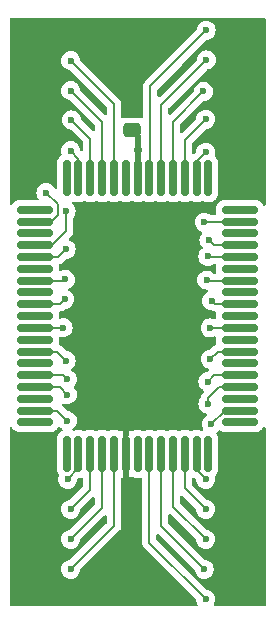
<source format=gbr>
%TF.GenerationSoftware,KiCad,Pcbnew,8.0.7*%
%TF.CreationDate,2025-03-12T15:38:42-05:00*%
%TF.ProjectId,YM3802-F-to-X,594d3338-3032-42d4-962d-746f2d582e6b,rev?*%
%TF.SameCoordinates,Original*%
%TF.FileFunction,Copper,L1,Top*%
%TF.FilePolarity,Positive*%
%FSLAX46Y46*%
G04 Gerber Fmt 4.6, Leading zero omitted, Abs format (unit mm)*
G04 Created by KiCad (PCBNEW 8.0.7) date 2025-03-12 15:38:42*
%MOMM*%
%LPD*%
G01*
G04 APERTURE LIST*
G04 Aperture macros list*
%AMRoundRect*
0 Rectangle with rounded corners*
0 $1 Rounding radius*
0 $2 $3 $4 $5 $6 $7 $8 $9 X,Y pos of 4 corners*
0 Add a 4 corners polygon primitive as box body*
4,1,4,$2,$3,$4,$5,$6,$7,$8,$9,$2,$3,0*
0 Add four circle primitives for the rounded corners*
1,1,$1+$1,$2,$3*
1,1,$1+$1,$4,$5*
1,1,$1+$1,$6,$7*
1,1,$1+$1,$8,$9*
0 Add four rect primitives between the rounded corners*
20,1,$1+$1,$2,$3,$4,$5,0*
20,1,$1+$1,$4,$5,$6,$7,0*
20,1,$1+$1,$6,$7,$8,$9,0*
20,1,$1+$1,$8,$9,$2,$3,0*%
G04 Aperture macros list end*
%TA.AperFunction,SMDPad,CuDef*%
%ADD10RoundRect,0.150000X-1.350000X-0.150000X1.350000X-0.150000X1.350000X0.150000X-1.350000X0.150000X0*%
%TD*%
%TA.AperFunction,SMDPad,CuDef*%
%ADD11RoundRect,0.150000X-0.150000X-1.350000X0.150000X-1.350000X0.150000X1.350000X-0.150000X1.350000X0*%
%TD*%
%TA.AperFunction,SMDPad,CuDef*%
%ADD12RoundRect,0.250000X0.475000X-0.337500X0.475000X0.337500X-0.475000X0.337500X-0.475000X-0.337500X0*%
%TD*%
%TA.AperFunction,ViaPad*%
%ADD13C,0.600000*%
%TD*%
%TA.AperFunction,ViaPad*%
%ADD14C,0.700000*%
%TD*%
%TA.AperFunction,Conductor*%
%ADD15C,0.200000*%
%TD*%
%TA.AperFunction,Conductor*%
%ADD16C,0.500000*%
%TD*%
G04 APERTURE END LIST*
D10*
%TO.P,U2,1*%
%TO.N,N/C*%
X132875000Y-106856000D03*
%TO.P,U2,2,TxD*%
%TO.N,/TxD*%
X132875000Y-107856000D03*
%TO.P,U2,3*%
%TO.N,N/C*%
X132875000Y-108856000D03*
%TO.P,U2,4,TxF*%
%TO.N,/TxF*%
X132875000Y-109856000D03*
%TO.P,U2,5,SYNC*%
%TO.N,/SYNC*%
X132875000Y-110856000D03*
%TO.P,U2,6*%
%TO.N,N/C*%
X132875000Y-111856000D03*
%TO.P,U2,7,CLICK*%
%TO.N,/CLICK*%
X132875000Y-112856000D03*
%TO.P,U2,8*%
%TO.N,N/C*%
X132875000Y-113856000D03*
%TO.P,U2,9,TEST-0*%
%TO.N,/TEST-0*%
X132875000Y-114856000D03*
%TO.P,U2,10*%
%TO.N,N/C*%
X132875000Y-115856000D03*
%TO.P,U2,11,TEST-1*%
%TO.N,/TEST-1*%
X132875000Y-116856000D03*
%TO.P,U2,12*%
%TO.N,N/C*%
X132875000Y-117856000D03*
%TO.P,U2,13,P7*%
%TO.N,/P7*%
X132875000Y-118856000D03*
%TO.P,U2,14*%
%TO.N,N/C*%
X132875000Y-119856000D03*
%TO.P,U2,15,P6*%
%TO.N,/P6*%
X132875000Y-120856000D03*
%TO.P,U2,16,P5*%
%TO.N,/P5*%
X132875000Y-121856000D03*
%TO.P,U2,17*%
%TO.N,N/C*%
X132875000Y-122856000D03*
%TO.P,U2,18,P4*%
%TO.N,/P4*%
X132875000Y-123856000D03*
%TO.P,U2,19*%
%TO.N,N/C*%
X132875000Y-124856000D03*
D11*
%TO.P,U2,20*%
X135550000Y-127531000D03*
%TO.P,U2,21,P3*%
%TO.N,/P3*%
X136550000Y-127531000D03*
%TO.P,U2,22,P2*%
%TO.N,/P2*%
X137550000Y-127531000D03*
%TO.P,U2,23,P1*%
%TO.N,/P1*%
X138550000Y-127531000D03*
%TO.P,U2,24,P0*%
%TO.N,/P0*%
X139550000Y-127531000D03*
%TO.P,U2,25,VSS*%
%TO.N,GND*%
X140550000Y-127531000D03*
%TO.P,U2,26*%
%TO.N,N/C*%
X141550000Y-127531000D03*
%TO.P,U2,27,D0*%
%TO.N,/D0*%
X142550000Y-127531000D03*
%TO.P,U2,28,D1*%
%TO.N,/D1*%
X143550000Y-127531000D03*
%TO.P,U2,29,D2*%
%TO.N,/D2*%
X144550000Y-127531000D03*
%TO.P,U2,30,D3*%
%TO.N,/D3*%
X145550000Y-127531000D03*
%TO.P,U2,31,D4*%
%TO.N,/D4*%
X146550000Y-127531000D03*
%TO.P,U2,32*%
%TO.N,N/C*%
X147550000Y-127531000D03*
D10*
%TO.P,U2,33*%
X150225000Y-124856000D03*
%TO.P,U2,34,D5*%
%TO.N,/D5*%
X150225000Y-123856000D03*
%TO.P,U2,35*%
%TO.N,N/C*%
X150225000Y-122856000D03*
%TO.P,U2,36,D6*%
%TO.N,/D6*%
X150225000Y-121856000D03*
%TO.P,U2,37,D7*%
%TO.N,/D7*%
X150225000Y-120856000D03*
%TO.P,U2,38*%
%TO.N,N/C*%
X150225000Y-119856000D03*
%TO.P,U2,39,A0*%
%TO.N,/A0*%
X150225000Y-118856000D03*
%TO.P,U2,40*%
%TO.N,N/C*%
X150225000Y-117856000D03*
%TO.P,U2,41,A1*%
%TO.N,/A1*%
X150225000Y-116856000D03*
%TO.P,U2,42*%
%TO.N,N/C*%
X150225000Y-115856000D03*
%TO.P,U2,43,A2*%
%TO.N,/A2*%
X150225000Y-114856000D03*
%TO.P,U2,44*%
%TO.N,N/C*%
X150225000Y-113856000D03*
%TO.P,U2,45,/CS*%
%TO.N,/{slash}CS*%
X150225000Y-112856000D03*
%TO.P,U2,46*%
%TO.N,N/C*%
X150225000Y-111856000D03*
%TO.P,U2,47,/WR*%
%TO.N,/{slash}WR*%
X150225000Y-110856000D03*
%TO.P,U2,48,/RD*%
%TO.N,/{slash}RD*%
X150225000Y-109856000D03*
%TO.P,U2,49*%
%TO.N,N/C*%
X150225000Y-108856000D03*
%TO.P,U2,50,/VR*%
%TO.N,/{slash}VR*%
X150225000Y-107856000D03*
%TO.P,U2,51*%
%TO.N,N/C*%
X150225000Y-106856000D03*
D11*
%TO.P,U2,52*%
X147550000Y-104181000D03*
%TO.P,U2,53,/IRQ*%
%TO.N,/{slash}IRQ*%
X146550000Y-104181000D03*
%TO.P,U2,54,/IC*%
%TO.N,/{slash}IC*%
X145550000Y-104181000D03*
%TO.P,U2,55,TEST-2*%
%TO.N,/TEST-2*%
X144550000Y-104181000D03*
%TO.P,U2,56,CLKI*%
%TO.N,/CLKI*%
X143550000Y-104181000D03*
%TO.P,U2,57,CLK*%
%TO.N,/CLK*%
X142550000Y-104181000D03*
%TO.P,U2,58,VDD*%
%TO.N,/VDD*%
X141550000Y-104181000D03*
%TO.P,U2,59*%
%TO.N,N/C*%
X140550000Y-104181000D03*
%TO.P,U2,60,RxD*%
%TO.N,/RxD*%
X139550000Y-104181000D03*
%TO.P,U2,61,RxF*%
%TO.N,/RxF*%
X138550000Y-104181000D03*
%TO.P,U2,62,CLKM*%
%TO.N,/CLKM*%
X137550000Y-104181000D03*
%TO.P,U2,63,CLKF*%
%TO.N,/CLKF*%
X136550000Y-104181000D03*
%TO.P,U2,64*%
%TO.N,N/C*%
X135550000Y-104181000D03*
%TD*%
D12*
%TO.P,C1,1*%
%TO.N,/VDD*%
X141100000Y-100137500D03*
%TO.P,C1,2*%
%TO.N,GND*%
X141100000Y-98062500D03*
%TD*%
D13*
%TO.N,/D5*%
X147800000Y-125000000D03*
%TO.N,/P3*%
X135636000Y-129667000D03*
%TO.N,/D2*%
X147320000Y-134747000D03*
%TO.N,/P2*%
X135890000Y-132207000D03*
%TO.N,/TEST-0*%
X135382000Y-114427000D03*
%TO.N,/{slash}IRQ*%
X147320000Y-101981000D03*
%TO.N,/D7*%
X147500000Y-121400000D03*
%TO.N,/D0*%
X147320000Y-139827000D03*
%TO.N,/P6*%
X135600000Y-121200000D03*
%TO.N,/P5*%
X135600000Y-122500000D03*
%TO.N,/CLKF*%
X135890000Y-101854000D03*
%TO.N,/P1*%
X135890000Y-134747000D03*
%TO.N,/P4*%
X135600000Y-124700000D03*
%TO.N,/P7*%
X135509000Y-119634000D03*
%TO.N,/A1*%
X147701000Y-116856000D03*
%TO.N,/TxF*%
X135509000Y-106934000D03*
%TO.N,/P0*%
X135890000Y-137287000D03*
%TO.N,/A0*%
X147701000Y-119507000D03*
%TO.N,/CLICK*%
X135450000Y-112750000D03*
%TO.N,/A2*%
X147828000Y-114554000D03*
%TO.N,/CLK*%
X147357000Y-91657000D03*
%TO.N,/TEST-1*%
X135255000Y-116840000D03*
%TO.N,/SYNC*%
X135500000Y-110200000D03*
%TO.N,/TxD*%
X133800000Y-105400000D03*
%TO.N,/CLKM*%
X135953500Y-99250500D03*
%TO.N,/{slash}IC*%
X147320000Y-99187000D03*
%TO.N,/D3*%
X147320000Y-132207000D03*
%TO.N,/D6*%
X147500000Y-123300000D03*
%TO.N,/{slash}WR*%
X147500000Y-110800000D03*
%TO.N,/RxF*%
X135890000Y-96774000D03*
%TO.N,/TEST-2*%
X147129500Y-96837500D03*
%TO.N,/CLKI*%
X147383500Y-94170500D03*
%TO.N,/RxD*%
X135890000Y-94234000D03*
%TO.N,/{slash}RD*%
X147600000Y-109400000D03*
D14*
%TO.N,/VDD*%
X141550000Y-101800000D03*
D13*
%TO.N,/{slash}VR*%
X147200000Y-107900000D03*
%TO.N,/D1*%
X147193000Y-137287000D03*
%TO.N,/{slash}CS*%
X147400000Y-112800000D03*
%TO.N,/D4*%
X147320000Y-129667000D03*
D14*
%TO.N,GND*%
X137900000Y-123100000D03*
X147700000Y-92900000D03*
X138200000Y-108800000D03*
D13*
X141000000Y-92000000D03*
X145000000Y-139000000D03*
X138000000Y-139000000D03*
X135890000Y-139827000D03*
D14*
X145100000Y-123200000D03*
X145500000Y-108800000D03*
X147800000Y-138600000D03*
%TD*%
D15*
%TO.N,/D5*%
X148944000Y-123856000D02*
X150225000Y-123856000D01*
X147800000Y-125000000D02*
X148944000Y-123856000D01*
X149225000Y-123856000D02*
X149999999Y-123856000D01*
%TO.N,/P3*%
X136550000Y-126531000D02*
X136550000Y-128753000D01*
X136550000Y-128753000D02*
X135636000Y-129667000D01*
%TO.N,/D2*%
X144550000Y-126531000D02*
X144550000Y-131977000D01*
X144550000Y-131977000D02*
X147320000Y-134747000D01*
%TO.N,/P2*%
X137550000Y-126531000D02*
X137550000Y-130547000D01*
X137550000Y-130547000D02*
X135890000Y-132207000D01*
%TO.N,/TEST-0*%
X134953000Y-114856000D02*
X135382000Y-114427000D01*
X133875000Y-114856000D02*
X134953000Y-114856000D01*
%TO.N,/{slash}IRQ*%
X146550000Y-102751000D02*
X147320000Y-101981000D01*
X146550000Y-105181000D02*
X146550000Y-102751000D01*
%TO.N,/D7*%
X147500000Y-121400000D02*
X148044000Y-120856000D01*
X148044000Y-120856000D02*
X148765000Y-120856000D01*
%TO.N,/D0*%
X142550000Y-126115448D02*
X142550000Y-135057000D01*
X142550000Y-135057000D02*
X147320000Y-139827000D01*
%TO.N,/P6*%
X133875000Y-120856000D02*
X135256000Y-120856000D01*
X135256000Y-120856000D02*
X135600000Y-121200000D01*
%TO.N,/P5*%
X134956000Y-121856000D02*
X135600000Y-122500000D01*
X133875000Y-121856000D02*
X134956000Y-121856000D01*
%TO.N,/CLKF*%
X136550000Y-102514000D02*
X135890000Y-101854000D01*
X136550000Y-105181000D02*
X136550000Y-102514000D01*
%TO.N,/P1*%
X138550000Y-126531000D02*
X138550000Y-132087000D01*
X138550000Y-132087000D02*
X135890000Y-134747000D01*
%TO.N,/P4*%
X133875000Y-123856000D02*
X133100001Y-123856000D01*
X134756000Y-123856000D02*
X135600000Y-124700000D01*
X132875000Y-123856000D02*
X134756000Y-123856000D01*
%TO.N,/P7*%
X134731000Y-118856000D02*
X135509000Y-119634000D01*
X133875000Y-118856000D02*
X134731000Y-118856000D01*
%TO.N,/A1*%
X149225000Y-116856000D02*
X147701000Y-116856000D01*
%TO.N,/TxF*%
X134290552Y-109856000D02*
X135509000Y-108637552D01*
X135509000Y-108637552D02*
X135509000Y-106934000D01*
%TO.N,/P0*%
X139550000Y-133627000D02*
X135890000Y-137287000D01*
X139550000Y-126531000D02*
X139550000Y-133627000D01*
%TO.N,/A0*%
X148352000Y-118856000D02*
X147701000Y-119507000D01*
X149225000Y-118856000D02*
X148352000Y-118856000D01*
%TO.N,/CLICK*%
X135344000Y-112856000D02*
X135450000Y-112750000D01*
X133875000Y-112856000D02*
X135344000Y-112856000D01*
%TO.N,/A2*%
X149225000Y-114856000D02*
X148130000Y-114856000D01*
X148130000Y-114856000D02*
X147828000Y-114554000D01*
%TO.N,/CLK*%
X147357000Y-91657000D02*
X142630000Y-96384000D01*
X142630000Y-96384000D02*
X142630000Y-105101000D01*
%TO.N,/TEST-1*%
X135239000Y-116856000D02*
X135255000Y-116840000D01*
X133875000Y-116856000D02*
X135239000Y-116856000D01*
%TO.N,/SYNC*%
X134844000Y-110856000D02*
X135500000Y-110200000D01*
X133875000Y-110856000D02*
X134844000Y-110856000D01*
%TO.N,/TxD*%
X134800000Y-106400000D02*
X134800000Y-107300000D01*
X134800000Y-107300000D02*
X134244000Y-107856000D01*
X133800000Y-105400000D02*
X134800000Y-106400000D01*
X134244000Y-107856000D02*
X132875000Y-107856000D01*
X133875000Y-107856000D02*
X133100001Y-107856000D01*
%TO.N,/CLKM*%
X137550000Y-100847000D02*
X135953500Y-99250500D01*
X137550000Y-105181000D02*
X137550000Y-100847000D01*
%TO.N,/{slash}IC*%
X145550000Y-100957000D02*
X147320000Y-99187000D01*
X145550000Y-105181000D02*
X145550000Y-100957000D01*
%TO.N,/D3*%
X145550000Y-130437000D02*
X147320000Y-132207000D01*
X145550000Y-126531000D02*
X145550000Y-130437000D01*
%TO.N,/D6*%
X149225000Y-121856000D02*
X148450001Y-121856000D01*
X148450001Y-121856000D02*
X147500000Y-122806001D01*
X147500000Y-122806001D02*
X147500000Y-123300000D01*
%TO.N,/{slash}WR*%
X147556000Y-110856000D02*
X147500000Y-110800000D01*
X149225000Y-110856000D02*
X147556000Y-110856000D01*
%TO.N,/RxF*%
X138550000Y-99434000D02*
X135890000Y-96774000D01*
X138550000Y-105181000D02*
X138550000Y-99434000D01*
%TO.N,/TEST-2*%
X144550000Y-99417000D02*
X147129500Y-96837500D01*
X144550000Y-105181000D02*
X144550000Y-99417000D01*
%TO.N,/CLKI*%
X143550000Y-98004000D02*
X143550000Y-105181000D01*
X147383500Y-94170500D02*
X143550000Y-98004000D01*
%TO.N,/RxD*%
X139550000Y-105181000D02*
X139550000Y-97894000D01*
X139550000Y-97894000D02*
X135890000Y-94234000D01*
%TO.N,/{slash}RD*%
X149225000Y-109856000D02*
X148056000Y-109856000D01*
X148056000Y-109856000D02*
X147600000Y-109400000D01*
D16*
%TO.N,/VDD*%
X141550000Y-101800000D02*
X141550000Y-101930500D01*
X141550000Y-101800000D02*
X141550000Y-100587500D01*
X141550000Y-101800000D02*
X141550000Y-105181000D01*
X141550000Y-100587500D02*
X141100000Y-100137500D01*
D15*
%TO.N,/{slash}VR*%
X147200000Y-107900000D02*
X147244000Y-107856000D01*
X147244000Y-107856000D02*
X149225000Y-107856000D01*
%TO.N,/D1*%
X143550000Y-133644000D02*
X147193000Y-137287000D01*
X143550000Y-126531000D02*
X143550000Y-133644000D01*
%TO.N,/{slash}CS*%
X149225000Y-112856000D02*
X147456000Y-112856000D01*
X147456000Y-112856000D02*
X147400000Y-112800000D01*
%TO.N,/D4*%
X146550000Y-128897000D02*
X146550000Y-126531000D01*
X146550000Y-128897000D02*
X147320000Y-129667000D01*
D16*
%TO.N,GND*%
X140550000Y-135167000D02*
X135890000Y-139827000D01*
X140550000Y-126531000D02*
X140550000Y-135167000D01*
%TD*%
%TA.AperFunction,Conductor*%
%TO.N,GND*%
G36*
X152342539Y-90605185D02*
G01*
X152388294Y-90657989D01*
X152399500Y-90709500D01*
X152399500Y-106368994D01*
X152379815Y-106436033D01*
X152327011Y-106481788D01*
X152257853Y-106491732D01*
X152194297Y-106462707D01*
X152168768Y-106432115D01*
X152093083Y-106304138D01*
X152093076Y-106304129D01*
X151976870Y-106187923D01*
X151976862Y-106187917D01*
X151898681Y-106141681D01*
X151835398Y-106104256D01*
X151835397Y-106104255D01*
X151835396Y-106104255D01*
X151835393Y-106104254D01*
X151677573Y-106058402D01*
X151677567Y-106058401D01*
X151640701Y-106055500D01*
X151640694Y-106055500D01*
X148809306Y-106055500D01*
X148809298Y-106055500D01*
X148772432Y-106058401D01*
X148772426Y-106058402D01*
X148614606Y-106104254D01*
X148614603Y-106104255D01*
X148473137Y-106187917D01*
X148473129Y-106187923D01*
X148356923Y-106304129D01*
X148356917Y-106304137D01*
X148273255Y-106445603D01*
X148273254Y-106445606D01*
X148227402Y-106603426D01*
X148227401Y-106603432D01*
X148224500Y-106640298D01*
X148224500Y-107071701D01*
X148227401Y-107108568D01*
X148227520Y-107109215D01*
X148227481Y-107109580D01*
X148227899Y-107114886D01*
X148226914Y-107114963D01*
X148220204Y-107178701D01*
X148176483Y-107233201D01*
X148110237Y-107255411D01*
X148105539Y-107255500D01*
X147714617Y-107255500D01*
X147648645Y-107236494D01*
X147549522Y-107174210D01*
X147549518Y-107174209D01*
X147379262Y-107114633D01*
X147379249Y-107114630D01*
X147200004Y-107094435D01*
X147199996Y-107094435D01*
X147020750Y-107114630D01*
X147020745Y-107114631D01*
X146850476Y-107174211D01*
X146697737Y-107270184D01*
X146570184Y-107397737D01*
X146474211Y-107550476D01*
X146414631Y-107720745D01*
X146414630Y-107720750D01*
X146394435Y-107899996D01*
X146394435Y-107900003D01*
X146414630Y-108079249D01*
X146414631Y-108079254D01*
X146474211Y-108249523D01*
X146561735Y-108388816D01*
X146570184Y-108402262D01*
X146697738Y-108529816D01*
X146832722Y-108614632D01*
X146850480Y-108625790D01*
X146954340Y-108662133D01*
X147011116Y-108702854D01*
X147036863Y-108767807D01*
X147023407Y-108836369D01*
X147001067Y-108866854D01*
X146970184Y-108897737D01*
X146874211Y-109050476D01*
X146814631Y-109220745D01*
X146814630Y-109220750D01*
X146794435Y-109399996D01*
X146794435Y-109400003D01*
X146814630Y-109579249D01*
X146814631Y-109579254D01*
X146874211Y-109749523D01*
X146970184Y-109902262D01*
X147035404Y-109967482D01*
X147068889Y-110028805D01*
X147063905Y-110098497D01*
X147022033Y-110154430D01*
X147013698Y-110160155D01*
X146997739Y-110170183D01*
X146997737Y-110170184D01*
X146870184Y-110297737D01*
X146774211Y-110450476D01*
X146714631Y-110620745D01*
X146714630Y-110620750D01*
X146694435Y-110799996D01*
X146694435Y-110800003D01*
X146714630Y-110979249D01*
X146714631Y-110979254D01*
X146774211Y-111149523D01*
X146847649Y-111266398D01*
X146870184Y-111302262D01*
X146997738Y-111429816D01*
X147150478Y-111525789D01*
X147320739Y-111585366D01*
X147320745Y-111585368D01*
X147320750Y-111585369D01*
X147499996Y-111605565D01*
X147500000Y-111605565D01*
X147500004Y-111605565D01*
X147679249Y-111585369D01*
X147679251Y-111585368D01*
X147679255Y-111585368D01*
X147679258Y-111585366D01*
X147679262Y-111585366D01*
X147769377Y-111553832D01*
X147849522Y-111525789D01*
X147929547Y-111475505D01*
X147995519Y-111456500D01*
X148105539Y-111456500D01*
X148172578Y-111476185D01*
X148218333Y-111528989D01*
X148228277Y-111598147D01*
X148227520Y-111602785D01*
X148227401Y-111603431D01*
X148224500Y-111640298D01*
X148224500Y-112071701D01*
X148227401Y-112108568D01*
X148227520Y-112109215D01*
X148227481Y-112109580D01*
X148227899Y-112114886D01*
X148226914Y-112114963D01*
X148220204Y-112178701D01*
X148176483Y-112233201D01*
X148110237Y-112255411D01*
X148105539Y-112255500D01*
X148038940Y-112255500D01*
X147971901Y-112235815D01*
X147951259Y-112219181D01*
X147902262Y-112170184D01*
X147749523Y-112074211D01*
X147579254Y-112014631D01*
X147579249Y-112014630D01*
X147400004Y-111994435D01*
X147399996Y-111994435D01*
X147220750Y-112014630D01*
X147220745Y-112014631D01*
X147050476Y-112074211D01*
X146897737Y-112170184D01*
X146770184Y-112297737D01*
X146674211Y-112450476D01*
X146614631Y-112620745D01*
X146614630Y-112620750D01*
X146594435Y-112799996D01*
X146594435Y-112800003D01*
X146614630Y-112979249D01*
X146614631Y-112979254D01*
X146674211Y-113149523D01*
X146738767Y-113252262D01*
X146770184Y-113302262D01*
X146897738Y-113429816D01*
X146970453Y-113475506D01*
X147046769Y-113523459D01*
X147050478Y-113525789D01*
X147135573Y-113555565D01*
X147220745Y-113585368D01*
X147220750Y-113585369D01*
X147399996Y-113605565D01*
X147402403Y-113605565D01*
X147403901Y-113606005D01*
X147406919Y-113606345D01*
X147406859Y-113606873D01*
X147469442Y-113625250D01*
X147515197Y-113678054D01*
X147525141Y-113747212D01*
X147496116Y-113810768D01*
X147468375Y-113834559D01*
X147325737Y-113924184D01*
X147198184Y-114051737D01*
X147102211Y-114204476D01*
X147042631Y-114374745D01*
X147042630Y-114374750D01*
X147022435Y-114553996D01*
X147022435Y-114554003D01*
X147042630Y-114733249D01*
X147042631Y-114733254D01*
X147102211Y-114903523D01*
X147198184Y-115056262D01*
X147325738Y-115183816D01*
X147371177Y-115212367D01*
X147443323Y-115257700D01*
X147478478Y-115279789D01*
X147640606Y-115336520D01*
X147648745Y-115339368D01*
X147648749Y-115339369D01*
X147747815Y-115350530D01*
X147768990Y-115352916D01*
X147817106Y-115368748D01*
X147898216Y-115415577D01*
X148010019Y-115445534D01*
X148050942Y-115456500D01*
X148050943Y-115456500D01*
X148105539Y-115456500D01*
X148172578Y-115476185D01*
X148218333Y-115528989D01*
X148228277Y-115598147D01*
X148227520Y-115602785D01*
X148227401Y-115603431D01*
X148224500Y-115640298D01*
X148224500Y-116016648D01*
X148204815Y-116083687D01*
X148152011Y-116129442D01*
X148082853Y-116139386D01*
X148057401Y-116131633D01*
X148057095Y-116132511D01*
X147880254Y-116070631D01*
X147880249Y-116070630D01*
X147701004Y-116050435D01*
X147700996Y-116050435D01*
X147521750Y-116070630D01*
X147521745Y-116070631D01*
X147351476Y-116130211D01*
X147198737Y-116226184D01*
X147071184Y-116353737D01*
X146975211Y-116506476D01*
X146915631Y-116676745D01*
X146915630Y-116676750D01*
X146895435Y-116855996D01*
X146895435Y-116856003D01*
X146915630Y-117035249D01*
X146915631Y-117035254D01*
X146975211Y-117205523D01*
X147069763Y-117356000D01*
X147071184Y-117358262D01*
X147198738Y-117485816D01*
X147272413Y-117532109D01*
X147351474Y-117581787D01*
X147351478Y-117581789D01*
X147518710Y-117640306D01*
X147521745Y-117641368D01*
X147521750Y-117641369D01*
X147700996Y-117661565D01*
X147701000Y-117661565D01*
X147701004Y-117661565D01*
X147880249Y-117641369D01*
X147880252Y-117641368D01*
X147880255Y-117641368D01*
X148050522Y-117581789D01*
X148050522Y-117581788D01*
X148057095Y-117579489D01*
X148057899Y-117581787D01*
X148115634Y-117572278D01*
X148179770Y-117599997D01*
X148218738Y-117657991D01*
X148224500Y-117695351D01*
X148224500Y-118071701D01*
X148227401Y-118108567D01*
X148227402Y-118108570D01*
X148234968Y-118134613D01*
X148234767Y-118204482D01*
X148196825Y-118263152D01*
X148147989Y-118288980D01*
X148120215Y-118296423D01*
X148106860Y-118304134D01*
X148106857Y-118304135D01*
X147983290Y-118375475D01*
X147983282Y-118375481D01*
X147871478Y-118487286D01*
X147682465Y-118676298D01*
X147621142Y-118709783D01*
X147608668Y-118711837D01*
X147521750Y-118721630D01*
X147351478Y-118781210D01*
X147198737Y-118877184D01*
X147071184Y-119004737D01*
X146975211Y-119157476D01*
X146915631Y-119327745D01*
X146915630Y-119327750D01*
X146895435Y-119506996D01*
X146895435Y-119507003D01*
X146915630Y-119686249D01*
X146915631Y-119686254D01*
X146975211Y-119856523D01*
X147055010Y-119983522D01*
X147071184Y-120009262D01*
X147198738Y-120136816D01*
X147351478Y-120232789D01*
X147486026Y-120279869D01*
X147510782Y-120288532D01*
X147567558Y-120329254D01*
X147593305Y-120394207D01*
X147579849Y-120462769D01*
X147557508Y-120493255D01*
X147481465Y-120569298D01*
X147420142Y-120602783D01*
X147407668Y-120604837D01*
X147320750Y-120614630D01*
X147150478Y-120674210D01*
X146997737Y-120770184D01*
X146870184Y-120897737D01*
X146774211Y-121050476D01*
X146714631Y-121220745D01*
X146714630Y-121220750D01*
X146694435Y-121399996D01*
X146694435Y-121400003D01*
X146714630Y-121579249D01*
X146714631Y-121579254D01*
X146774211Y-121749523D01*
X146850028Y-121870184D01*
X146870184Y-121902262D01*
X146997738Y-122029816D01*
X147058809Y-122068189D01*
X147129667Y-122112713D01*
X147175958Y-122165048D01*
X147186606Y-122234102D01*
X147158231Y-122297950D01*
X147151378Y-122305386D01*
X147131288Y-122325477D01*
X147131286Y-122325479D01*
X147019481Y-122437283D01*
X147019479Y-122437285D01*
X146996287Y-122477455D01*
X146986485Y-122494435D01*
X146950158Y-122557354D01*
X146940424Y-122574214D01*
X146899497Y-122726951D01*
X146898630Y-122733539D01*
X146873849Y-122791817D01*
X146873889Y-122791842D01*
X146873733Y-122792089D01*
X146872643Y-122794654D01*
X146870185Y-122797735D01*
X146774211Y-122950476D01*
X146714631Y-123120745D01*
X146714630Y-123120750D01*
X146694435Y-123299996D01*
X146694435Y-123300003D01*
X146714630Y-123479249D01*
X146714631Y-123479254D01*
X146774211Y-123649523D01*
X146822432Y-123726265D01*
X146870184Y-123802262D01*
X146997738Y-123929816D01*
X147150478Y-124025789D01*
X147277352Y-124070184D01*
X147320745Y-124085368D01*
X147320750Y-124085369D01*
X147333449Y-124086800D01*
X147397864Y-124113866D01*
X147437419Y-124171460D01*
X147439558Y-124241297D01*
X147403600Y-124301204D01*
X147385540Y-124315013D01*
X147297740Y-124370182D01*
X147297737Y-124370184D01*
X147170184Y-124497737D01*
X147074211Y-124650476D01*
X147014631Y-124820745D01*
X147014630Y-124820750D01*
X146994435Y-124999996D01*
X146994435Y-125000003D01*
X147014630Y-125179249D01*
X147014631Y-125179254D01*
X147074211Y-125349523D01*
X147102802Y-125395025D01*
X147121802Y-125462262D01*
X147101434Y-125529097D01*
X147048166Y-125574311D01*
X146978910Y-125583548D01*
X146963213Y-125580073D01*
X146802573Y-125533402D01*
X146802567Y-125533401D01*
X146765701Y-125530500D01*
X146765694Y-125530500D01*
X146334306Y-125530500D01*
X146334298Y-125530500D01*
X146297432Y-125533401D01*
X146297426Y-125533402D01*
X146139606Y-125579253D01*
X146113119Y-125594918D01*
X146045394Y-125612098D01*
X145986881Y-125594918D01*
X145960393Y-125579253D01*
X145802573Y-125533402D01*
X145802567Y-125533401D01*
X145765701Y-125530500D01*
X145765694Y-125530500D01*
X145334306Y-125530500D01*
X145334298Y-125530500D01*
X145297432Y-125533401D01*
X145297426Y-125533402D01*
X145139606Y-125579253D01*
X145113119Y-125594918D01*
X145045394Y-125612098D01*
X144986881Y-125594918D01*
X144960393Y-125579253D01*
X144802573Y-125533402D01*
X144802567Y-125533401D01*
X144765701Y-125530500D01*
X144765694Y-125530500D01*
X144334306Y-125530500D01*
X144334298Y-125530500D01*
X144297432Y-125533401D01*
X144297426Y-125533402D01*
X144139606Y-125579253D01*
X144113119Y-125594918D01*
X144045394Y-125612098D01*
X143986881Y-125594918D01*
X143960393Y-125579253D01*
X143802573Y-125533402D01*
X143802567Y-125533401D01*
X143765701Y-125530500D01*
X143765694Y-125530500D01*
X143334306Y-125530500D01*
X143334298Y-125530500D01*
X143297432Y-125533401D01*
X143297426Y-125533402D01*
X143139606Y-125579253D01*
X143113119Y-125594918D01*
X143045394Y-125612098D01*
X142986881Y-125594918D01*
X142960393Y-125579253D01*
X142802573Y-125533402D01*
X142802567Y-125533401D01*
X142765701Y-125530500D01*
X142765694Y-125530500D01*
X142703423Y-125530500D01*
X142671330Y-125526275D01*
X142629057Y-125514948D01*
X142470943Y-125514948D01*
X142428670Y-125526275D01*
X142396577Y-125530500D01*
X142334298Y-125530500D01*
X142297432Y-125533401D01*
X142297426Y-125533402D01*
X142139606Y-125579253D01*
X142113119Y-125594918D01*
X142045394Y-125612098D01*
X141986881Y-125594918D01*
X141960393Y-125579253D01*
X141802573Y-125533402D01*
X141802567Y-125533401D01*
X141765701Y-125530500D01*
X141765694Y-125530500D01*
X141334306Y-125530500D01*
X141334298Y-125530500D01*
X141297432Y-125533401D01*
X141297426Y-125533402D01*
X141139605Y-125579254D01*
X141139595Y-125579258D01*
X141112627Y-125595207D01*
X141044902Y-125612388D01*
X140986388Y-125595207D01*
X140960196Y-125579717D01*
X140960193Y-125579716D01*
X140802494Y-125533900D01*
X140802497Y-125533900D01*
X140800000Y-125533703D01*
X140800000Y-125896950D01*
X140795076Y-125931545D01*
X140752402Y-126078426D01*
X140752401Y-126078432D01*
X140749500Y-126115298D01*
X140749500Y-128946701D01*
X140752401Y-128983567D01*
X140752402Y-128983573D01*
X140795076Y-129130455D01*
X140800000Y-129165050D01*
X140800000Y-129528295D01*
X140800001Y-129528295D01*
X140802486Y-129528100D01*
X140960199Y-129482281D01*
X140986386Y-129466794D01*
X141054110Y-129449610D01*
X141112628Y-129466791D01*
X141139602Y-129482744D01*
X141139604Y-129482744D01*
X141139605Y-129482745D01*
X141297426Y-129528597D01*
X141297429Y-129528597D01*
X141297431Y-129528598D01*
X141334306Y-129531500D01*
X141334314Y-129531500D01*
X141765686Y-129531500D01*
X141765694Y-129531500D01*
X141802569Y-129528598D01*
X141802570Y-129528597D01*
X141803215Y-129528480D01*
X141803580Y-129528518D01*
X141808886Y-129528101D01*
X141808963Y-129529085D01*
X141872701Y-129535796D01*
X141927201Y-129579517D01*
X141949411Y-129645763D01*
X141949500Y-129650461D01*
X141949500Y-134970330D01*
X141949499Y-134970348D01*
X141949499Y-135136054D01*
X141949498Y-135136054D01*
X141990423Y-135288785D01*
X142019358Y-135338900D01*
X142019359Y-135338904D01*
X142019360Y-135338904D01*
X142069479Y-135425714D01*
X142069481Y-135425717D01*
X142188349Y-135544585D01*
X142188355Y-135544590D01*
X146489298Y-139845534D01*
X146522783Y-139906857D01*
X146524837Y-139919331D01*
X146534630Y-140006249D01*
X146594210Y-140176521D01*
X146624375Y-140224528D01*
X146643375Y-140291765D01*
X146623007Y-140358600D01*
X146569739Y-140403814D01*
X146519381Y-140414500D01*
X130834500Y-140414500D01*
X130767461Y-140394815D01*
X130721706Y-140342011D01*
X130710500Y-140290500D01*
X130710500Y-125359914D01*
X130730185Y-125292875D01*
X130782989Y-125247120D01*
X130852147Y-125237176D01*
X130915703Y-125266201D01*
X130941232Y-125296794D01*
X131006914Y-125407858D01*
X131006917Y-125407862D01*
X131006918Y-125407864D01*
X131006923Y-125407870D01*
X131123129Y-125524076D01*
X131123133Y-125524079D01*
X131123135Y-125524081D01*
X131264602Y-125607744D01*
X131280587Y-125612388D01*
X131422426Y-125653597D01*
X131422429Y-125653597D01*
X131422431Y-125653598D01*
X131459306Y-125656500D01*
X131459314Y-125656500D01*
X134290686Y-125656500D01*
X134290694Y-125656500D01*
X134327569Y-125653598D01*
X134327571Y-125653597D01*
X134327573Y-125653597D01*
X134401062Y-125632246D01*
X134485398Y-125607744D01*
X134626865Y-125524081D01*
X134743081Y-125407865D01*
X134822510Y-125273557D01*
X134873576Y-125225876D01*
X134942318Y-125213372D01*
X135006907Y-125240017D01*
X135016921Y-125248999D01*
X135097740Y-125329818D01*
X135150512Y-125362976D01*
X135196804Y-125415310D01*
X135207453Y-125484364D01*
X135179078Y-125548212D01*
X135145173Y-125573350D01*
X135146317Y-125575285D01*
X135139602Y-125579255D01*
X135139602Y-125579256D01*
X135138819Y-125579719D01*
X134998137Y-125662917D01*
X134998129Y-125662923D01*
X134881923Y-125779129D01*
X134881917Y-125779137D01*
X134798255Y-125920603D01*
X134798254Y-125920606D01*
X134752402Y-126078426D01*
X134752401Y-126078432D01*
X134749500Y-126115298D01*
X134749500Y-128946701D01*
X134752401Y-128983567D01*
X134752402Y-128983573D01*
X134798254Y-129141393D01*
X134798254Y-129141394D01*
X134877946Y-129276148D01*
X134895128Y-129343872D01*
X134888255Y-129380222D01*
X134850632Y-129487742D01*
X134850630Y-129487750D01*
X134830435Y-129666996D01*
X134830435Y-129667003D01*
X134850630Y-129846249D01*
X134850631Y-129846254D01*
X134910211Y-130016523D01*
X134985851Y-130136903D01*
X135006184Y-130169262D01*
X135133738Y-130296816D01*
X135286478Y-130392789D01*
X135456745Y-130452368D01*
X135456750Y-130452369D01*
X135635996Y-130472565D01*
X135636000Y-130472565D01*
X135636004Y-130472565D01*
X135815249Y-130452369D01*
X135815252Y-130452368D01*
X135815255Y-130452368D01*
X135985522Y-130392789D01*
X136138262Y-130296816D01*
X136265816Y-130169262D01*
X136361789Y-130016522D01*
X136421368Y-129846255D01*
X136431161Y-129759329D01*
X136458226Y-129694918D01*
X136466690Y-129685544D01*
X136584417Y-129567818D01*
X136645740Y-129534334D01*
X136672097Y-129531500D01*
X136765686Y-129531500D01*
X136765694Y-129531500D01*
X136802569Y-129528598D01*
X136802570Y-129528597D01*
X136803215Y-129528480D01*
X136803580Y-129528518D01*
X136808886Y-129528101D01*
X136808963Y-129529085D01*
X136872701Y-129535796D01*
X136927201Y-129579517D01*
X136949411Y-129645763D01*
X136949500Y-129650461D01*
X136949500Y-130246902D01*
X136929815Y-130313941D01*
X136913181Y-130334583D01*
X135871465Y-131376298D01*
X135810142Y-131409783D01*
X135797668Y-131411837D01*
X135710750Y-131421630D01*
X135540478Y-131481210D01*
X135387737Y-131577184D01*
X135260184Y-131704737D01*
X135164211Y-131857476D01*
X135104631Y-132027745D01*
X135104630Y-132027750D01*
X135084435Y-132206996D01*
X135084435Y-132207003D01*
X135104630Y-132386249D01*
X135104631Y-132386254D01*
X135164211Y-132556523D01*
X135260184Y-132709262D01*
X135387738Y-132836816D01*
X135540478Y-132932789D01*
X135710745Y-132992368D01*
X135710750Y-132992369D01*
X135889996Y-133012565D01*
X135890000Y-133012565D01*
X135890004Y-133012565D01*
X136069249Y-132992369D01*
X136069252Y-132992368D01*
X136069255Y-132992368D01*
X136239522Y-132932789D01*
X136392262Y-132836816D01*
X136519816Y-132709262D01*
X136615789Y-132556522D01*
X136675368Y-132386255D01*
X136685161Y-132299329D01*
X136712226Y-132234918D01*
X136720690Y-132225543D01*
X137737820Y-131208413D01*
X137799142Y-131174930D01*
X137868834Y-131179914D01*
X137924767Y-131221786D01*
X137949184Y-131287250D01*
X137949500Y-131296096D01*
X137949500Y-131786902D01*
X137929815Y-131853941D01*
X137913181Y-131874583D01*
X135871465Y-133916298D01*
X135810142Y-133949783D01*
X135797668Y-133951837D01*
X135710750Y-133961630D01*
X135540478Y-134021210D01*
X135387737Y-134117184D01*
X135260184Y-134244737D01*
X135164211Y-134397476D01*
X135104631Y-134567745D01*
X135104630Y-134567750D01*
X135084435Y-134746996D01*
X135084435Y-134747003D01*
X135104630Y-134926249D01*
X135104631Y-134926254D01*
X135164211Y-135096523D01*
X135260184Y-135249262D01*
X135387738Y-135376816D01*
X135540478Y-135472789D01*
X135710745Y-135532368D01*
X135710750Y-135532369D01*
X135889996Y-135552565D01*
X135890000Y-135552565D01*
X135890004Y-135552565D01*
X136069249Y-135532369D01*
X136069252Y-135532368D01*
X136069255Y-135532368D01*
X136239522Y-135472789D01*
X136392262Y-135376816D01*
X136519816Y-135249262D01*
X136615789Y-135096522D01*
X136675368Y-134926255D01*
X136685161Y-134839329D01*
X136712226Y-134774918D01*
X136720690Y-134765543D01*
X138737819Y-132748415D01*
X138799142Y-132714930D01*
X138868834Y-132719914D01*
X138924767Y-132761786D01*
X138949184Y-132827250D01*
X138949500Y-132836096D01*
X138949500Y-133326902D01*
X138929815Y-133393941D01*
X138913181Y-133414583D01*
X135871465Y-136456298D01*
X135810142Y-136489783D01*
X135797668Y-136491837D01*
X135710750Y-136501630D01*
X135540478Y-136561210D01*
X135387737Y-136657184D01*
X135260184Y-136784737D01*
X135164211Y-136937476D01*
X135104631Y-137107745D01*
X135104630Y-137107750D01*
X135084435Y-137286996D01*
X135084435Y-137287003D01*
X135104630Y-137466249D01*
X135104631Y-137466254D01*
X135164211Y-137636523D01*
X135260184Y-137789262D01*
X135387738Y-137916816D01*
X135540478Y-138012789D01*
X135710745Y-138072368D01*
X135710750Y-138072369D01*
X135889996Y-138092565D01*
X135890000Y-138092565D01*
X135890004Y-138092565D01*
X136069249Y-138072369D01*
X136069252Y-138072368D01*
X136069255Y-138072368D01*
X136239522Y-138012789D01*
X136392262Y-137916816D01*
X136519816Y-137789262D01*
X136615789Y-137636522D01*
X136675368Y-137466255D01*
X136685161Y-137379329D01*
X136712226Y-137314918D01*
X136720690Y-137305543D01*
X140030520Y-133995716D01*
X140109577Y-133858784D01*
X140150501Y-133706057D01*
X140150501Y-133547942D01*
X140150501Y-133540347D01*
X140150500Y-133540329D01*
X140150500Y-129649948D01*
X140170185Y-129582909D01*
X140222989Y-129537154D01*
X140292147Y-129527210D01*
X140296794Y-129527969D01*
X140297512Y-129528100D01*
X140299998Y-129528295D01*
X140300000Y-129528295D01*
X140300000Y-129165050D01*
X140304924Y-129130455D01*
X140347597Y-128983573D01*
X140347598Y-128983567D01*
X140350499Y-128946701D01*
X140350500Y-128946694D01*
X140350500Y-126115306D01*
X140347598Y-126078431D01*
X140347597Y-126078426D01*
X140304924Y-125931545D01*
X140300000Y-125896950D01*
X140300000Y-125533703D01*
X140297504Y-125533900D01*
X140139806Y-125579716D01*
X140139798Y-125579719D01*
X140113608Y-125595208D01*
X140045884Y-125612388D01*
X139987371Y-125595207D01*
X139960398Y-125579256D01*
X139960393Y-125579254D01*
X139802573Y-125533402D01*
X139802567Y-125533401D01*
X139765701Y-125530500D01*
X139765694Y-125530500D01*
X139334306Y-125530500D01*
X139334298Y-125530500D01*
X139297432Y-125533401D01*
X139297426Y-125533402D01*
X139139606Y-125579253D01*
X139113119Y-125594918D01*
X139045394Y-125612098D01*
X138986881Y-125594918D01*
X138960393Y-125579253D01*
X138802573Y-125533402D01*
X138802567Y-125533401D01*
X138765701Y-125530500D01*
X138765694Y-125530500D01*
X138334306Y-125530500D01*
X138334298Y-125530500D01*
X138297432Y-125533401D01*
X138297426Y-125533402D01*
X138139606Y-125579253D01*
X138113119Y-125594918D01*
X138045394Y-125612098D01*
X137986881Y-125594918D01*
X137960393Y-125579253D01*
X137802573Y-125533402D01*
X137802567Y-125533401D01*
X137765701Y-125530500D01*
X137765694Y-125530500D01*
X137334306Y-125530500D01*
X137334298Y-125530500D01*
X137297432Y-125533401D01*
X137297426Y-125533402D01*
X137139606Y-125579253D01*
X137113119Y-125594918D01*
X137045394Y-125612098D01*
X136986881Y-125594918D01*
X136960393Y-125579253D01*
X136802573Y-125533402D01*
X136802567Y-125533401D01*
X136765701Y-125530500D01*
X136765694Y-125530500D01*
X136334306Y-125530500D01*
X136334298Y-125530500D01*
X136297432Y-125533401D01*
X136182105Y-125566907D01*
X136112236Y-125566707D01*
X136053566Y-125528764D01*
X136024723Y-125465126D01*
X136034864Y-125395996D01*
X136080770Y-125343323D01*
X136081349Y-125342956D01*
X136102262Y-125329816D01*
X136229816Y-125202262D01*
X136325789Y-125049522D01*
X136385368Y-124879255D01*
X136391960Y-124820750D01*
X136405565Y-124700003D01*
X136405565Y-124699996D01*
X136385369Y-124520750D01*
X136385368Y-124520745D01*
X136325789Y-124350478D01*
X136229816Y-124197738D01*
X136102262Y-124070184D01*
X136031608Y-124025789D01*
X135949521Y-123974210D01*
X135779249Y-123914630D01*
X135692330Y-123904837D01*
X135627916Y-123877770D01*
X135618533Y-123869298D01*
X135243590Y-123494355D01*
X135243588Y-123494352D01*
X135210916Y-123461680D01*
X135177431Y-123400357D01*
X135182415Y-123330665D01*
X135224287Y-123274732D01*
X135289751Y-123250315D01*
X135339552Y-123256958D01*
X135420737Y-123285366D01*
X135420743Y-123285367D01*
X135420745Y-123285368D01*
X135420746Y-123285368D01*
X135420750Y-123285369D01*
X135599996Y-123305565D01*
X135600000Y-123305565D01*
X135600004Y-123305565D01*
X135779249Y-123285369D01*
X135779252Y-123285368D01*
X135779255Y-123285368D01*
X135949522Y-123225789D01*
X136102262Y-123129816D01*
X136229816Y-123002262D01*
X136325789Y-122849522D01*
X136385368Y-122679255D01*
X136385369Y-122679249D01*
X136405565Y-122500003D01*
X136405565Y-122499996D01*
X136385369Y-122320750D01*
X136385368Y-122320745D01*
X136325788Y-122150476D01*
X136229815Y-121997737D01*
X136169759Y-121937681D01*
X136136274Y-121876358D01*
X136141258Y-121806666D01*
X136169759Y-121762319D01*
X136182556Y-121749522D01*
X136229816Y-121702262D01*
X136325789Y-121549522D01*
X136385368Y-121379255D01*
X136385369Y-121379249D01*
X136405565Y-121200003D01*
X136405565Y-121199996D01*
X136385369Y-121020750D01*
X136385368Y-121020745D01*
X136342326Y-120897738D01*
X136325789Y-120850478D01*
X136229816Y-120697738D01*
X136102262Y-120570184D01*
X136100852Y-120569298D01*
X135980068Y-120493404D01*
X135933777Y-120441069D01*
X135923129Y-120372015D01*
X135951504Y-120308167D01*
X135980065Y-120283417D01*
X136011262Y-120263816D01*
X136138816Y-120136262D01*
X136234789Y-119983522D01*
X136294368Y-119813255D01*
X136294369Y-119813249D01*
X136314565Y-119634003D01*
X136314565Y-119633996D01*
X136294369Y-119454750D01*
X136294368Y-119454745D01*
X136291169Y-119445602D01*
X136234789Y-119284478D01*
X136138816Y-119131738D01*
X136011262Y-119004184D01*
X135858521Y-118908210D01*
X135688249Y-118848630D01*
X135601330Y-118838837D01*
X135536916Y-118811770D01*
X135527533Y-118803298D01*
X135218590Y-118494355D01*
X135218588Y-118494352D01*
X135099717Y-118375481D01*
X135099709Y-118375475D01*
X134976143Y-118304135D01*
X134976140Y-118304134D01*
X134962783Y-118296422D01*
X134962782Y-118296421D01*
X134950785Y-118293207D01*
X134891125Y-118256842D01*
X134860597Y-118193995D01*
X134863804Y-118138837D01*
X134865031Y-118134613D01*
X134872598Y-118108569D01*
X134875500Y-118071694D01*
X134875500Y-117730061D01*
X134895185Y-117663022D01*
X134947989Y-117617267D01*
X135017147Y-117607323D01*
X135040456Y-117613020D01*
X135075740Y-117625367D01*
X135075750Y-117625369D01*
X135254996Y-117645565D01*
X135255000Y-117645565D01*
X135255004Y-117645565D01*
X135434249Y-117625369D01*
X135434252Y-117625368D01*
X135434255Y-117625368D01*
X135604522Y-117565789D01*
X135757262Y-117469816D01*
X135884816Y-117342262D01*
X135980789Y-117189522D01*
X136040368Y-117019255D01*
X136058762Y-116856003D01*
X136060565Y-116840003D01*
X136060565Y-116839996D01*
X136040369Y-116660750D01*
X136040368Y-116660745D01*
X136020313Y-116603431D01*
X135980789Y-116490478D01*
X135884816Y-116337738D01*
X135757262Y-116210184D01*
X135604523Y-116114211D01*
X135434254Y-116054631D01*
X135434249Y-116054630D01*
X135255004Y-116034435D01*
X135254996Y-116034435D01*
X135075750Y-116054630D01*
X135075739Y-116054633D01*
X135040453Y-116066980D01*
X134970674Y-116070541D01*
X134910048Y-116035811D01*
X134877821Y-115973818D01*
X134875500Y-115949938D01*
X134875500Y-115640313D01*
X134875499Y-115640298D01*
X134872598Y-115603431D01*
X134872594Y-115603419D01*
X134872480Y-115602789D01*
X134872518Y-115602421D01*
X134872101Y-115597114D01*
X134873085Y-115597036D01*
X134879795Y-115533303D01*
X134923515Y-115478802D01*
X134989760Y-115456590D01*
X134994461Y-115456501D01*
X135032054Y-115456501D01*
X135032057Y-115456501D01*
X135184785Y-115415577D01*
X135234904Y-115386639D01*
X135321716Y-115336520D01*
X135400536Y-115257698D01*
X135461857Y-115224215D01*
X135474313Y-115222163D01*
X135561255Y-115212368D01*
X135731522Y-115152789D01*
X135884262Y-115056816D01*
X136011816Y-114929262D01*
X136107789Y-114776522D01*
X136167368Y-114606255D01*
X136167369Y-114606249D01*
X136187565Y-114427003D01*
X136187565Y-114426996D01*
X136167369Y-114247750D01*
X136167368Y-114247745D01*
X136152228Y-114204478D01*
X136107789Y-114077478D01*
X136091615Y-114051738D01*
X136011815Y-113924737D01*
X135884262Y-113797184D01*
X135743435Y-113708696D01*
X135697144Y-113656361D01*
X135686496Y-113587307D01*
X135714871Y-113523459D01*
X135768455Y-113486660D01*
X135799519Y-113475790D01*
X135799518Y-113475790D01*
X135799522Y-113475789D01*
X135952262Y-113379816D01*
X136079816Y-113252262D01*
X136175789Y-113099522D01*
X136235368Y-112929255D01*
X136249931Y-112800003D01*
X136255565Y-112750003D01*
X136255565Y-112749996D01*
X136235369Y-112570750D01*
X136235368Y-112570745D01*
X136193284Y-112450476D01*
X136175789Y-112400478D01*
X136079816Y-112247738D01*
X135952262Y-112120184D01*
X135933775Y-112108568D01*
X135799523Y-112024211D01*
X135629254Y-111964631D01*
X135629249Y-111964630D01*
X135450004Y-111944435D01*
X135449996Y-111944435D01*
X135270750Y-111964630D01*
X135270745Y-111964631D01*
X135100474Y-112024212D01*
X135065471Y-112046206D01*
X134998234Y-112065206D01*
X134931399Y-112044838D01*
X134886186Y-111991569D01*
X134875500Y-111941212D01*
X134875500Y-111640313D01*
X134875499Y-111640298D01*
X134872598Y-111603434D01*
X134872598Y-111603431D01*
X134871967Y-111601259D01*
X134871970Y-111599996D01*
X134871460Y-111597201D01*
X134871978Y-111597106D01*
X134872162Y-111531392D01*
X134910099Y-111472720D01*
X134958944Y-111446884D01*
X135075785Y-111415577D01*
X135125904Y-111386639D01*
X135212716Y-111336520D01*
X135324520Y-111224716D01*
X135324520Y-111224714D01*
X135334728Y-111214507D01*
X135334730Y-111214504D01*
X135518535Y-111030698D01*
X135579856Y-110997215D01*
X135592311Y-110995163D01*
X135679255Y-110985368D01*
X135849522Y-110925789D01*
X136002262Y-110829816D01*
X136129816Y-110702262D01*
X136225789Y-110549522D01*
X136285368Y-110379255D01*
X136285369Y-110379249D01*
X136305565Y-110200003D01*
X136305565Y-110199996D01*
X136285369Y-110020750D01*
X136285368Y-110020745D01*
X136225788Y-109850476D01*
X136129815Y-109697737D01*
X136002262Y-109570184D01*
X135849523Y-109474211D01*
X135792854Y-109454382D01*
X135736078Y-109413660D01*
X135710331Y-109348707D01*
X135723787Y-109280145D01*
X135746128Y-109249659D01*
X135775042Y-109220745D01*
X135989520Y-109006268D01*
X136068577Y-108869336D01*
X136109501Y-108716609D01*
X136109501Y-108558494D01*
X136109501Y-108550899D01*
X136109500Y-108550881D01*
X136109500Y-107516412D01*
X136129185Y-107449373D01*
X136136555Y-107439097D01*
X136138810Y-107436267D01*
X136138816Y-107436262D01*
X136234789Y-107283522D01*
X136294368Y-107113255D01*
X136294782Y-107109580D01*
X136314565Y-106934003D01*
X136314565Y-106933996D01*
X136294369Y-106754750D01*
X136294368Y-106754745D01*
X136234788Y-106584476D01*
X136176513Y-106491732D01*
X136138816Y-106431738D01*
X136058558Y-106351480D01*
X136025073Y-106290157D01*
X136030057Y-106220465D01*
X136071929Y-106164532D01*
X136137393Y-106140115D01*
X136180832Y-106144722D01*
X136297431Y-106178598D01*
X136334306Y-106181500D01*
X136334314Y-106181500D01*
X136765686Y-106181500D01*
X136765694Y-106181500D01*
X136802569Y-106178598D01*
X136802571Y-106178597D01*
X136802573Y-106178597D01*
X136850984Y-106164532D01*
X136960398Y-106132744D01*
X136970213Y-106126939D01*
X136986878Y-106117084D01*
X137054601Y-106099900D01*
X137113122Y-106117084D01*
X137139598Y-106132742D01*
X137139599Y-106132742D01*
X137139602Y-106132744D01*
X137164973Y-106140115D01*
X137297426Y-106178597D01*
X137297429Y-106178597D01*
X137297431Y-106178598D01*
X137334306Y-106181500D01*
X137334314Y-106181500D01*
X137765686Y-106181500D01*
X137765694Y-106181500D01*
X137802569Y-106178598D01*
X137802571Y-106178597D01*
X137802573Y-106178597D01*
X137850984Y-106164532D01*
X137960398Y-106132744D01*
X137970213Y-106126939D01*
X137986878Y-106117084D01*
X138054601Y-106099900D01*
X138113122Y-106117084D01*
X138139598Y-106132742D01*
X138139599Y-106132742D01*
X138139602Y-106132744D01*
X138164973Y-106140115D01*
X138297426Y-106178597D01*
X138297429Y-106178597D01*
X138297431Y-106178598D01*
X138334306Y-106181500D01*
X138334314Y-106181500D01*
X138765686Y-106181500D01*
X138765694Y-106181500D01*
X138802569Y-106178598D01*
X138802571Y-106178597D01*
X138802573Y-106178597D01*
X138850984Y-106164532D01*
X138960398Y-106132744D01*
X138970213Y-106126939D01*
X138986878Y-106117084D01*
X139054601Y-106099900D01*
X139113122Y-106117084D01*
X139139598Y-106132742D01*
X139139599Y-106132742D01*
X139139602Y-106132744D01*
X139164973Y-106140115D01*
X139297426Y-106178597D01*
X139297429Y-106178597D01*
X139297431Y-106178598D01*
X139334306Y-106181500D01*
X139334314Y-106181500D01*
X139765686Y-106181500D01*
X139765694Y-106181500D01*
X139802569Y-106178598D01*
X139802571Y-106178597D01*
X139802573Y-106178597D01*
X139850984Y-106164532D01*
X139960398Y-106132744D01*
X139970213Y-106126939D01*
X139986878Y-106117084D01*
X140054601Y-106099900D01*
X140113122Y-106117084D01*
X140139598Y-106132742D01*
X140139599Y-106132742D01*
X140139602Y-106132744D01*
X140164973Y-106140115D01*
X140297426Y-106178597D01*
X140297429Y-106178597D01*
X140297431Y-106178598D01*
X140334306Y-106181500D01*
X140334314Y-106181500D01*
X140765686Y-106181500D01*
X140765694Y-106181500D01*
X140802569Y-106178598D01*
X140802571Y-106178597D01*
X140802573Y-106178597D01*
X140850984Y-106164532D01*
X140960398Y-106132744D01*
X140970213Y-106126939D01*
X140986878Y-106117084D01*
X141054601Y-106099900D01*
X141113122Y-106117084D01*
X141139598Y-106132742D01*
X141139599Y-106132742D01*
X141139602Y-106132744D01*
X141164973Y-106140115D01*
X141297426Y-106178597D01*
X141297429Y-106178597D01*
X141297431Y-106178598D01*
X141334306Y-106181500D01*
X141334314Y-106181500D01*
X141765686Y-106181500D01*
X141765694Y-106181500D01*
X141802569Y-106178598D01*
X141802571Y-106178597D01*
X141802573Y-106178597D01*
X141850984Y-106164532D01*
X141960398Y-106132744D01*
X141970213Y-106126939D01*
X141986878Y-106117084D01*
X142054601Y-106099900D01*
X142113122Y-106117084D01*
X142139598Y-106132742D01*
X142139599Y-106132742D01*
X142139602Y-106132744D01*
X142164973Y-106140115D01*
X142297426Y-106178597D01*
X142297429Y-106178597D01*
X142297431Y-106178598D01*
X142334306Y-106181500D01*
X142334314Y-106181500D01*
X142765686Y-106181500D01*
X142765694Y-106181500D01*
X142802569Y-106178598D01*
X142802571Y-106178597D01*
X142802573Y-106178597D01*
X142850984Y-106164532D01*
X142960398Y-106132744D01*
X142970213Y-106126939D01*
X142986878Y-106117084D01*
X143054601Y-106099900D01*
X143113122Y-106117084D01*
X143139598Y-106132742D01*
X143139599Y-106132742D01*
X143139602Y-106132744D01*
X143164973Y-106140115D01*
X143297426Y-106178597D01*
X143297429Y-106178597D01*
X143297431Y-106178598D01*
X143334306Y-106181500D01*
X143334314Y-106181500D01*
X143765686Y-106181500D01*
X143765694Y-106181500D01*
X143802569Y-106178598D01*
X143802571Y-106178597D01*
X143802573Y-106178597D01*
X143850984Y-106164532D01*
X143960398Y-106132744D01*
X143970213Y-106126939D01*
X143986878Y-106117084D01*
X144054601Y-106099900D01*
X144113122Y-106117084D01*
X144139598Y-106132742D01*
X144139599Y-106132742D01*
X144139602Y-106132744D01*
X144164973Y-106140115D01*
X144297426Y-106178597D01*
X144297429Y-106178597D01*
X144297431Y-106178598D01*
X144334306Y-106181500D01*
X144334314Y-106181500D01*
X144765686Y-106181500D01*
X144765694Y-106181500D01*
X144802569Y-106178598D01*
X144802571Y-106178597D01*
X144802573Y-106178597D01*
X144850984Y-106164532D01*
X144960398Y-106132744D01*
X144970213Y-106126939D01*
X144986878Y-106117084D01*
X145054601Y-106099900D01*
X145113122Y-106117084D01*
X145139598Y-106132742D01*
X145139599Y-106132742D01*
X145139602Y-106132744D01*
X145164973Y-106140115D01*
X145297426Y-106178597D01*
X145297429Y-106178597D01*
X145297431Y-106178598D01*
X145334306Y-106181500D01*
X145334314Y-106181500D01*
X145765686Y-106181500D01*
X145765694Y-106181500D01*
X145802569Y-106178598D01*
X145802571Y-106178597D01*
X145802573Y-106178597D01*
X145850984Y-106164532D01*
X145960398Y-106132744D01*
X145970213Y-106126939D01*
X145986878Y-106117084D01*
X146054601Y-106099900D01*
X146113122Y-106117084D01*
X146139598Y-106132742D01*
X146139599Y-106132742D01*
X146139602Y-106132744D01*
X146164973Y-106140115D01*
X146297426Y-106178597D01*
X146297429Y-106178597D01*
X146297431Y-106178598D01*
X146334306Y-106181500D01*
X146334314Y-106181500D01*
X146765686Y-106181500D01*
X146765694Y-106181500D01*
X146802569Y-106178598D01*
X146802571Y-106178597D01*
X146802573Y-106178597D01*
X146850984Y-106164532D01*
X146960398Y-106132744D01*
X146970213Y-106126939D01*
X146986878Y-106117084D01*
X147054601Y-106099900D01*
X147113122Y-106117084D01*
X147139598Y-106132742D01*
X147139599Y-106132742D01*
X147139602Y-106132744D01*
X147164973Y-106140115D01*
X147297426Y-106178597D01*
X147297429Y-106178597D01*
X147297431Y-106178598D01*
X147334306Y-106181500D01*
X147334314Y-106181500D01*
X147765686Y-106181500D01*
X147765694Y-106181500D01*
X147802569Y-106178598D01*
X147802571Y-106178597D01*
X147802573Y-106178597D01*
X147850984Y-106164532D01*
X147960398Y-106132744D01*
X148101865Y-106049081D01*
X148218081Y-105932865D01*
X148301744Y-105791398D01*
X148347598Y-105633569D01*
X148350500Y-105596694D01*
X148350500Y-102765306D01*
X148347598Y-102728431D01*
X148301744Y-102570602D01*
X148218081Y-102429135D01*
X148218079Y-102429133D01*
X148218076Y-102429129D01*
X148119981Y-102331034D01*
X148086496Y-102269711D01*
X148090620Y-102202399D01*
X148105368Y-102160255D01*
X148109558Y-102123068D01*
X148125565Y-101981003D01*
X148125565Y-101980996D01*
X148105369Y-101801750D01*
X148105368Y-101801745D01*
X148091344Y-101761666D01*
X148045789Y-101631478D01*
X148039957Y-101622197D01*
X148006582Y-101569080D01*
X147949816Y-101478738D01*
X147822262Y-101351184D01*
X147819580Y-101349499D01*
X147669523Y-101255211D01*
X147499254Y-101195631D01*
X147499249Y-101195630D01*
X147320004Y-101175435D01*
X147319996Y-101175435D01*
X147140750Y-101195630D01*
X147140745Y-101195631D01*
X146970476Y-101255211D01*
X146817737Y-101351184D01*
X146690184Y-101478737D01*
X146594210Y-101631478D01*
X146534630Y-101801750D01*
X146524837Y-101888668D01*
X146497770Y-101953082D01*
X146489299Y-101962465D01*
X146362179Y-102089584D01*
X146300859Y-102123068D01*
X146231167Y-102118084D01*
X146175233Y-102076213D01*
X146150816Y-102010749D01*
X146150500Y-102001902D01*
X146150500Y-101257096D01*
X146170185Y-101190057D01*
X146186814Y-101169419D01*
X147338535Y-100017698D01*
X147399856Y-99984215D01*
X147412311Y-99982163D01*
X147499255Y-99972368D01*
X147669522Y-99912789D01*
X147822262Y-99816816D01*
X147949816Y-99689262D01*
X148045789Y-99536522D01*
X148105368Y-99366255D01*
X148118410Y-99250503D01*
X148125565Y-99187003D01*
X148125565Y-99186996D01*
X148105369Y-99007750D01*
X148105368Y-99007745D01*
X148080431Y-98936480D01*
X148045789Y-98837478D01*
X147949816Y-98684738D01*
X147822262Y-98557184D01*
X147770582Y-98524711D01*
X147669523Y-98461211D01*
X147499254Y-98401631D01*
X147499249Y-98401630D01*
X147320004Y-98381435D01*
X147319996Y-98381435D01*
X147140750Y-98401630D01*
X147140745Y-98401631D01*
X146970476Y-98461211D01*
X146817737Y-98557184D01*
X146690184Y-98684737D01*
X146594210Y-98837478D01*
X146534630Y-99007750D01*
X146524837Y-99094668D01*
X146497770Y-99159082D01*
X146489298Y-99168465D01*
X145362181Y-100295583D01*
X145300858Y-100329068D01*
X145231166Y-100324084D01*
X145175233Y-100282212D01*
X145150816Y-100216748D01*
X145150500Y-100207902D01*
X145150500Y-99717096D01*
X145170185Y-99650057D01*
X145186814Y-99629420D01*
X147148035Y-97668198D01*
X147209356Y-97634715D01*
X147221811Y-97632663D01*
X147308755Y-97622868D01*
X147479022Y-97563289D01*
X147631762Y-97467316D01*
X147759316Y-97339762D01*
X147855289Y-97187022D01*
X147914868Y-97016755D01*
X147922023Y-96953254D01*
X147935065Y-96837503D01*
X147935065Y-96837496D01*
X147914869Y-96658250D01*
X147914868Y-96658245D01*
X147855288Y-96487976D01*
X147759315Y-96335237D01*
X147631762Y-96207684D01*
X147479023Y-96111711D01*
X147308754Y-96052131D01*
X147308749Y-96052130D01*
X147129504Y-96031935D01*
X147129496Y-96031935D01*
X146950250Y-96052130D01*
X146950245Y-96052131D01*
X146779976Y-96111711D01*
X146627237Y-96207684D01*
X146499684Y-96335237D01*
X146403710Y-96487978D01*
X146344130Y-96658250D01*
X146334337Y-96745168D01*
X146307270Y-96809582D01*
X146298798Y-96818965D01*
X144362181Y-98755583D01*
X144300858Y-98789068D01*
X144231166Y-98784084D01*
X144175233Y-98742212D01*
X144150816Y-98676748D01*
X144150500Y-98667902D01*
X144150500Y-98304097D01*
X144170185Y-98237058D01*
X144186819Y-98216416D01*
X145786177Y-96617058D01*
X147402036Y-95001198D01*
X147463357Y-94967715D01*
X147475810Y-94965663D01*
X147562755Y-94955868D01*
X147733022Y-94896289D01*
X147885762Y-94800316D01*
X148013316Y-94672762D01*
X148109289Y-94520022D01*
X148168868Y-94349755D01*
X148181910Y-94234003D01*
X148189065Y-94170503D01*
X148189065Y-94170496D01*
X148168869Y-93991250D01*
X148168868Y-93991245D01*
X148109289Y-93820978D01*
X148013316Y-93668238D01*
X147885762Y-93540684D01*
X147834082Y-93508211D01*
X147733023Y-93444711D01*
X147562754Y-93385131D01*
X147562749Y-93385130D01*
X147383504Y-93364935D01*
X147383496Y-93364935D01*
X147204250Y-93385130D01*
X147204245Y-93385131D01*
X147033976Y-93444711D01*
X146881237Y-93540684D01*
X146753684Y-93668237D01*
X146657710Y-93820978D01*
X146598130Y-93991250D01*
X146588337Y-94078167D01*
X146561270Y-94142581D01*
X146552798Y-94151964D01*
X143442181Y-97262582D01*
X143380858Y-97296067D01*
X143311166Y-97291083D01*
X143255233Y-97249211D01*
X143230816Y-97183747D01*
X143230500Y-97174901D01*
X143230500Y-96684097D01*
X143250185Y-96617058D01*
X143266819Y-96596416D01*
X145279713Y-94583522D01*
X147375536Y-92487698D01*
X147436857Y-92454215D01*
X147449310Y-92452163D01*
X147536255Y-92442368D01*
X147706522Y-92382789D01*
X147859262Y-92286816D01*
X147986816Y-92159262D01*
X148082789Y-92006522D01*
X148142368Y-91836255D01*
X148162565Y-91657000D01*
X148159419Y-91629081D01*
X148142369Y-91477750D01*
X148142368Y-91477745D01*
X148082788Y-91307476D01*
X147986815Y-91154737D01*
X147859262Y-91027184D01*
X147706523Y-90931211D01*
X147536254Y-90871631D01*
X147536249Y-90871630D01*
X147357004Y-90851435D01*
X147356996Y-90851435D01*
X147177750Y-90871630D01*
X147177745Y-90871631D01*
X147007476Y-90931211D01*
X146854737Y-91027184D01*
X146727184Y-91154737D01*
X146631210Y-91307478D01*
X146571630Y-91477750D01*
X146561837Y-91564667D01*
X146534770Y-91629081D01*
X146526298Y-91638464D01*
X142261286Y-95903478D01*
X142149481Y-96015282D01*
X142149479Y-96015285D01*
X142099361Y-96102094D01*
X142099359Y-96102096D01*
X142070425Y-96152209D01*
X142070424Y-96152210D01*
X142070423Y-96152215D01*
X142029499Y-96304943D01*
X142029499Y-96304945D01*
X142029499Y-96473046D01*
X142029500Y-96473059D01*
X142029500Y-98988255D01*
X142009815Y-99055294D01*
X141957011Y-99101049D01*
X141887853Y-99110993D01*
X141866497Y-99105961D01*
X141727799Y-99060001D01*
X141727795Y-99060000D01*
X141625010Y-99049500D01*
X140574998Y-99049500D01*
X140574980Y-99049501D01*
X140472203Y-99060000D01*
X140472200Y-99060001D01*
X140367585Y-99094668D01*
X140313503Y-99112589D01*
X140243676Y-99114991D01*
X140183634Y-99079259D01*
X140152441Y-99016739D01*
X140150500Y-98994883D01*
X140150500Y-97983060D01*
X140150501Y-97983047D01*
X140150501Y-97814944D01*
X140109576Y-97662214D01*
X140109573Y-97662209D01*
X140030524Y-97525290D01*
X140030518Y-97525282D01*
X136720700Y-94215465D01*
X136687215Y-94154142D01*
X136685163Y-94141686D01*
X136675368Y-94054745D01*
X136615789Y-93884478D01*
X136519816Y-93731738D01*
X136392262Y-93604184D01*
X136239523Y-93508211D01*
X136069254Y-93448631D01*
X136069249Y-93448630D01*
X135890004Y-93428435D01*
X135889996Y-93428435D01*
X135710750Y-93448630D01*
X135710745Y-93448631D01*
X135540476Y-93508211D01*
X135387737Y-93604184D01*
X135260184Y-93731737D01*
X135164211Y-93884476D01*
X135104631Y-94054745D01*
X135104630Y-94054750D01*
X135084435Y-94233996D01*
X135084435Y-94234003D01*
X135104630Y-94413249D01*
X135104631Y-94413254D01*
X135164211Y-94583523D01*
X135220284Y-94672762D01*
X135260184Y-94736262D01*
X135387738Y-94863816D01*
X135540478Y-94959789D01*
X135710745Y-95019368D01*
X135797669Y-95029161D01*
X135862080Y-95056226D01*
X135871465Y-95064700D01*
X138913181Y-98106416D01*
X138946666Y-98167739D01*
X138949500Y-98194097D01*
X138949500Y-98684903D01*
X138929815Y-98751942D01*
X138877011Y-98797697D01*
X138807853Y-98807641D01*
X138744297Y-98778616D01*
X138737819Y-98772584D01*
X136720700Y-96755465D01*
X136687215Y-96694142D01*
X136685163Y-96681686D01*
X136675368Y-96594745D01*
X136615789Y-96424478D01*
X136519816Y-96271738D01*
X136392262Y-96144184D01*
X136340582Y-96111711D01*
X136239523Y-96048211D01*
X136069254Y-95988631D01*
X136069249Y-95988630D01*
X135890004Y-95968435D01*
X135889996Y-95968435D01*
X135710750Y-95988630D01*
X135710745Y-95988631D01*
X135540476Y-96048211D01*
X135387737Y-96144184D01*
X135260184Y-96271737D01*
X135164211Y-96424476D01*
X135104631Y-96594745D01*
X135104630Y-96594750D01*
X135084435Y-96773996D01*
X135084435Y-96774003D01*
X135104630Y-96953249D01*
X135104631Y-96953254D01*
X135164211Y-97123523D01*
X135204111Y-97187023D01*
X135260184Y-97276262D01*
X135387738Y-97403816D01*
X135540478Y-97499789D01*
X135710745Y-97559368D01*
X135797669Y-97569161D01*
X135862080Y-97596226D01*
X135871465Y-97604700D01*
X137913181Y-99646416D01*
X137946666Y-99707739D01*
X137949500Y-99734097D01*
X137949500Y-100097903D01*
X137929815Y-100164942D01*
X137877011Y-100210697D01*
X137807853Y-100220641D01*
X137744297Y-100191616D01*
X137737819Y-100185584D01*
X136784200Y-99231965D01*
X136750715Y-99170642D01*
X136748663Y-99158186D01*
X136738868Y-99071245D01*
X136679289Y-98900978D01*
X136583316Y-98748238D01*
X136455762Y-98620684D01*
X136303023Y-98524711D01*
X136132754Y-98465131D01*
X136132749Y-98465130D01*
X135953504Y-98444935D01*
X135953496Y-98444935D01*
X135774250Y-98465130D01*
X135774245Y-98465131D01*
X135603976Y-98524711D01*
X135451237Y-98620684D01*
X135323684Y-98748237D01*
X135227711Y-98900976D01*
X135168131Y-99071245D01*
X135168130Y-99071250D01*
X135147935Y-99250496D01*
X135147935Y-99250503D01*
X135168130Y-99429749D01*
X135168131Y-99429754D01*
X135227711Y-99600023D01*
X135311956Y-99734097D01*
X135323684Y-99752762D01*
X135451238Y-99880316D01*
X135603978Y-99976289D01*
X135774245Y-100035868D01*
X135861169Y-100045661D01*
X135925580Y-100072726D01*
X135934965Y-100081200D01*
X136913181Y-101059416D01*
X136946666Y-101120739D01*
X136949500Y-101147097D01*
X136949500Y-101764903D01*
X136929815Y-101831942D01*
X136877011Y-101877697D01*
X136807853Y-101887641D01*
X136744297Y-101858616D01*
X136737819Y-101852584D01*
X136720700Y-101835465D01*
X136687215Y-101774142D01*
X136685163Y-101761686D01*
X136675368Y-101674745D01*
X136615789Y-101504478D01*
X136519816Y-101351738D01*
X136392262Y-101224184D01*
X136346822Y-101195632D01*
X136239523Y-101128211D01*
X136069254Y-101068631D01*
X136069249Y-101068630D01*
X135890004Y-101048435D01*
X135889996Y-101048435D01*
X135710750Y-101068630D01*
X135710745Y-101068631D01*
X135540476Y-101128211D01*
X135387737Y-101224184D01*
X135260184Y-101351737D01*
X135164211Y-101504476D01*
X135104631Y-101674745D01*
X135104630Y-101674750D01*
X135084435Y-101853996D01*
X135084435Y-101854003D01*
X135104630Y-102033249D01*
X135104631Y-102033254D01*
X135133880Y-102116841D01*
X135137441Y-102186620D01*
X135102712Y-102247248D01*
X135079959Y-102264528D01*
X134998138Y-102312916D01*
X134998129Y-102312923D01*
X134881923Y-102429129D01*
X134881917Y-102429137D01*
X134798255Y-102570603D01*
X134798254Y-102570606D01*
X134752402Y-102728426D01*
X134752401Y-102728432D01*
X134749500Y-102765298D01*
X134749500Y-104976097D01*
X134729815Y-105043136D01*
X134677011Y-105088891D01*
X134607853Y-105098835D01*
X134544297Y-105069810D01*
X134520507Y-105042070D01*
X134429817Y-104897739D01*
X134302262Y-104770184D01*
X134149523Y-104674211D01*
X133979254Y-104614631D01*
X133979249Y-104614630D01*
X133800004Y-104594435D01*
X133799996Y-104594435D01*
X133620750Y-104614630D01*
X133620745Y-104614631D01*
X133450476Y-104674211D01*
X133297737Y-104770184D01*
X133170184Y-104897737D01*
X133074211Y-105050476D01*
X133014631Y-105220745D01*
X133014630Y-105220750D01*
X132994435Y-105399996D01*
X132994435Y-105400003D01*
X133014630Y-105579249D01*
X133014631Y-105579254D01*
X133074211Y-105749524D01*
X133147102Y-105865527D01*
X133166103Y-105932764D01*
X133145736Y-105999599D01*
X133092468Y-106044814D01*
X133042109Y-106055500D01*
X131459298Y-106055500D01*
X131422432Y-106058401D01*
X131422426Y-106058402D01*
X131264606Y-106104254D01*
X131264603Y-106104255D01*
X131123137Y-106187917D01*
X131123129Y-106187923D01*
X131006923Y-106304129D01*
X131006917Y-106304137D01*
X130941232Y-106415206D01*
X130890163Y-106462889D01*
X130821421Y-106475393D01*
X130756832Y-106448748D01*
X130716902Y-106391412D01*
X130710500Y-106352085D01*
X130710500Y-90709500D01*
X130730185Y-90642461D01*
X130782989Y-90596706D01*
X130834500Y-90585500D01*
X152275500Y-90585500D01*
X152342539Y-90605185D01*
G37*
%TD.AperFunction*%
%TA.AperFunction,Conductor*%
G36*
X152353168Y-125246342D02*
G01*
X152393098Y-125303677D01*
X152399500Y-125343005D01*
X152399500Y-140290500D01*
X152379815Y-140357539D01*
X152327011Y-140403294D01*
X152275500Y-140414500D01*
X148120619Y-140414500D01*
X148053580Y-140394815D01*
X148007825Y-140342011D01*
X147997881Y-140272853D01*
X148015625Y-140224528D01*
X148045788Y-140176523D01*
X148045789Y-140176522D01*
X148105368Y-140006255D01*
X148115162Y-139919331D01*
X148125565Y-139827003D01*
X148125565Y-139826996D01*
X148105369Y-139647750D01*
X148105368Y-139647745D01*
X148045788Y-139477476D01*
X147949815Y-139324737D01*
X147822262Y-139197184D01*
X147669521Y-139101210D01*
X147499249Y-139041630D01*
X147412331Y-139031837D01*
X147347917Y-139004770D01*
X147338534Y-138996298D01*
X143186819Y-134844583D01*
X143153334Y-134783260D01*
X143150500Y-134756902D01*
X143150500Y-134393097D01*
X143170185Y-134326058D01*
X143222989Y-134280303D01*
X143292147Y-134270359D01*
X143355703Y-134299384D01*
X143362181Y-134305416D01*
X146362298Y-137305533D01*
X146395783Y-137366856D01*
X146397837Y-137379330D01*
X146407630Y-137466249D01*
X146467210Y-137636521D01*
X146563184Y-137789262D01*
X146690738Y-137916816D01*
X146843478Y-138012789D01*
X147013745Y-138072368D01*
X147013750Y-138072369D01*
X147192996Y-138092565D01*
X147193000Y-138092565D01*
X147193004Y-138092565D01*
X147372249Y-138072369D01*
X147372252Y-138072368D01*
X147372255Y-138072368D01*
X147542522Y-138012789D01*
X147695262Y-137916816D01*
X147822816Y-137789262D01*
X147918789Y-137636522D01*
X147978368Y-137466255D01*
X147988162Y-137379330D01*
X147998565Y-137287003D01*
X147998565Y-137286996D01*
X147978369Y-137107750D01*
X147978368Y-137107745D01*
X147918788Y-136937476D01*
X147822815Y-136784737D01*
X147695262Y-136657184D01*
X147542521Y-136561210D01*
X147372249Y-136501630D01*
X147285330Y-136491837D01*
X147220916Y-136464770D01*
X147211533Y-136456298D01*
X144186819Y-133431584D01*
X144153334Y-133370261D01*
X144150500Y-133343903D01*
X144150500Y-132726097D01*
X144170185Y-132659058D01*
X144222989Y-132613303D01*
X144292147Y-132603359D01*
X144355703Y-132632384D01*
X144362181Y-132638416D01*
X146489298Y-134765534D01*
X146522783Y-134826857D01*
X146524837Y-134839331D01*
X146534630Y-134926249D01*
X146594210Y-135096521D01*
X146690184Y-135249262D01*
X146817738Y-135376816D01*
X146970478Y-135472789D01*
X147140745Y-135532368D01*
X147140750Y-135532369D01*
X147319996Y-135552565D01*
X147320000Y-135552565D01*
X147320004Y-135552565D01*
X147499249Y-135532369D01*
X147499252Y-135532368D01*
X147499255Y-135532368D01*
X147669522Y-135472789D01*
X147822262Y-135376816D01*
X147949816Y-135249262D01*
X148045789Y-135096522D01*
X148105368Y-134926255D01*
X148115162Y-134839331D01*
X148125565Y-134747003D01*
X148125565Y-134746996D01*
X148105369Y-134567750D01*
X148105368Y-134567745D01*
X148045788Y-134397476D01*
X148000913Y-134326058D01*
X147949816Y-134244738D01*
X147822262Y-134117184D01*
X147784945Y-134093736D01*
X147669521Y-134021210D01*
X147499249Y-133961630D01*
X147412331Y-133951837D01*
X147347917Y-133924770D01*
X147338534Y-133916298D01*
X145186819Y-131764583D01*
X145153334Y-131703260D01*
X145150500Y-131676902D01*
X145150500Y-131186097D01*
X145170185Y-131119058D01*
X145222989Y-131073303D01*
X145292147Y-131063359D01*
X145355703Y-131092384D01*
X145362181Y-131098416D01*
X146489298Y-132225533D01*
X146522783Y-132286856D01*
X146524837Y-132299330D01*
X146534630Y-132386249D01*
X146594210Y-132556521D01*
X146629889Y-132613303D01*
X146690184Y-132709262D01*
X146817738Y-132836816D01*
X146970478Y-132932789D01*
X147140745Y-132992368D01*
X147140750Y-132992369D01*
X147319996Y-133012565D01*
X147320000Y-133012565D01*
X147320004Y-133012565D01*
X147499249Y-132992369D01*
X147499252Y-132992368D01*
X147499255Y-132992368D01*
X147669522Y-132932789D01*
X147822262Y-132836816D01*
X147949816Y-132709262D01*
X148045789Y-132556522D01*
X148105368Y-132386255D01*
X148115162Y-132299330D01*
X148125565Y-132207003D01*
X148125565Y-132206996D01*
X148105369Y-132027750D01*
X148105368Y-132027745D01*
X148045788Y-131857476D01*
X147949815Y-131704737D01*
X147822262Y-131577184D01*
X147669521Y-131481210D01*
X147499249Y-131421630D01*
X147412330Y-131411837D01*
X147347916Y-131384770D01*
X147338533Y-131376298D01*
X146186819Y-130224584D01*
X146153334Y-130163261D01*
X146150500Y-130136903D01*
X146150500Y-129650461D01*
X146170185Y-129583422D01*
X146222989Y-129537667D01*
X146292147Y-129527723D01*
X146296776Y-129528478D01*
X146297427Y-129528596D01*
X146297431Y-129528598D01*
X146297434Y-129528598D01*
X146302115Y-129529453D01*
X146364528Y-129560861D01*
X146367520Y-129563755D01*
X146489298Y-129685533D01*
X146522783Y-129746856D01*
X146524837Y-129759330D01*
X146534630Y-129846249D01*
X146594210Y-130016521D01*
X146669851Y-130136903D01*
X146690184Y-130169262D01*
X146817738Y-130296816D01*
X146970478Y-130392789D01*
X147140745Y-130452368D01*
X147140750Y-130452369D01*
X147319996Y-130472565D01*
X147320000Y-130472565D01*
X147320004Y-130472565D01*
X147499249Y-130452369D01*
X147499252Y-130452368D01*
X147499255Y-130452368D01*
X147669522Y-130392789D01*
X147822262Y-130296816D01*
X147949816Y-130169262D01*
X148045789Y-130016522D01*
X148105368Y-129846255D01*
X148115162Y-129759330D01*
X148125565Y-129667003D01*
X148125565Y-129666996D01*
X148105369Y-129487748D01*
X148103820Y-129480963D01*
X148106558Y-129480337D01*
X148103655Y-129423204D01*
X148136569Y-129364376D01*
X148218081Y-129282865D01*
X148301744Y-129141398D01*
X148347598Y-128983569D01*
X148350500Y-128946694D01*
X148350500Y-126115306D01*
X148347598Y-126078431D01*
X148301744Y-125920602D01*
X148237947Y-125812727D01*
X148220765Y-125745005D01*
X148242925Y-125678743D01*
X148278708Y-125644615D01*
X148302262Y-125629816D01*
X148364194Y-125567883D01*
X148425513Y-125534401D01*
X148495205Y-125539385D01*
X148514987Y-125548832D01*
X148614602Y-125607744D01*
X148630587Y-125612388D01*
X148772426Y-125653597D01*
X148772429Y-125653597D01*
X148772431Y-125653598D01*
X148809306Y-125656500D01*
X148809314Y-125656500D01*
X151640686Y-125656500D01*
X151640694Y-125656500D01*
X151677569Y-125653598D01*
X151677571Y-125653597D01*
X151677573Y-125653597D01*
X151751062Y-125632246D01*
X151835398Y-125607744D01*
X151976865Y-125524081D01*
X152093081Y-125407865D01*
X152168768Y-125279883D01*
X152219837Y-125232201D01*
X152288578Y-125219697D01*
X152353168Y-125246342D01*
G37*
%TD.AperFunction*%
%TD*%
M02*

</source>
